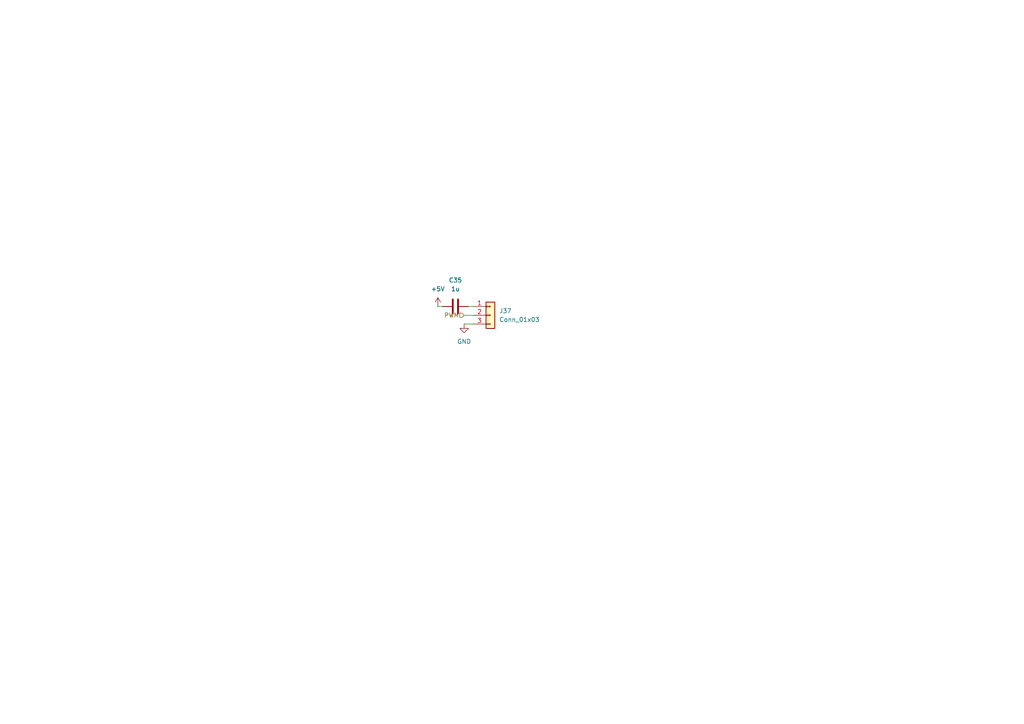
<source format=kicad_sch>
(kicad_sch (version 20250114) (generator "eeschema") (generator_version "9.0")
  (paper "A4")
  (lib_symbols
    (symbol "Connector_Generic:Conn_01x03" (pin_names (offset 1.016) (hide yes))
      (property "Reference" "J" (at 0 5.08 0))
      (property "Value" "Conn_01x03" (at 0 -5.08 0))
      (symbol "Conn_01x03_1_1"
        (rectangle (start -1.27 3.81) (end 1.27 -3.81) (stroke (width 0.254)) (fill (type background)))
        (rectangle (start -1.27 2.667) (end 0 2.413) (stroke (width 0.1524)))
        (rectangle (start -1.27 0.127) (end 0 -0.127) (stroke (width 0.1524)))
        (rectangle (start -1.27 -2.413) (end 0 -2.667) (stroke (width 0.1524)))
        (pin passive line (at -5.08 2.54 0) (length 3.81) (name "Pin_1") (number "1"))
        (pin passive line (at -5.08 0 0) (length 3.81) (name "Pin_2") (number "2"))
        (pin passive line (at -5.08 -2.54 0) (length 3.81) (name "Pin_3") (number "3"))
      )
    )
    (symbol "Device:C" (pin_numbers (hide yes)) (pin_names (offset 0.254))
      (property "Reference" "C" (at 0.635 2.54 0))
      (property "Value" "C" (at 0.635 -2.54 0))
      (symbol "C_0_1"
        (polyline (pts (xy -2.032 0.762) (xy 2.032 0.762)) (stroke (width 0.508)))
        (polyline (pts (xy -2.032 -0.762) (xy 2.032 -0.762)) (stroke (width 0.508)))
      )
      (symbol "C_1_1"
        (pin passive line (at 0 3.81 270) (length 2.794) (name "~") (number "1"))
        (pin passive line (at 0 -3.81 90) (length 2.794) (name "~") (number "2"))
      )
    )
    (symbol "power:+5V" (power) (pin_numbers (hide yes)) (pin_names (offset 0) (hide yes))
      (property "Value" "+5V" (at 0 3.556 0))
      (symbol "+5V_0_1"
        (polyline (pts (xy -0.762 1.27) (xy 0 2.54)))
        (polyline (pts (xy 0 2.54) (xy 0.762 1.27)))
        (polyline (pts (xy 0 0) (xy 0 2.54)))
      )
      (symbol "+5V_1_1"
        (pin power_in line (at 0 0 90) (length 0) (name "~") (number "1"))
      )
    )
    (symbol "power:GND" (power) (pin_numbers (hide yes)) (pin_names (offset 0) (hide yes))
      (property "Value" "GND" (at 0 -3.81 0))
      (symbol "GND_0_1"
        (polyline (pts (xy 0 0) (xy 0 -1.27) (xy 1.27 -1.27) (xy 0 -2.54) (xy -1.27 -1.27) (xy 0 -1.27)))
      )
      (symbol "GND_1_1"
        (pin power_in line (at 0 0 270) (length 0) (name "~") (number "1"))
      )
    )
  )
  (wire (pts (xy 127 88.9) (xy 128.27 88.9)))
  (wire (pts (xy 134.62 91.44) (xy 137.16 91.44)))
  (wire (pts (xy 134.62 93.98) (xy 137.16 93.98)))
  (wire (pts (xy 135.89 88.9) (xy 137.16 88.9)))
  (hierarchical_label "PWM" (shape input) (at 134.62 91.44 180))
  (symbol (lib_id "power:+5V") (at 127 88.9 0) (unit 1)
    (property "Reference" "#PWR088" (effects (hide yes)))
    (property "Value" "+5V" (at 127 83.82 0))
    (property "Description" "Power symbol creates a global label with name \"+5V\"" (effects (hide yes)))
  )
  (symbol (lib_id "power:GND") (at 134.62 93.98 0) (unit 1)
    (property "Reference" "#PWR089" (effects (hide yes)))
    (property "Value" "GND" (at 134.62 99.06 0))
    (property "Description" "Power symbol creates a global label with name \"GND\" , ground" (effects (hide yes)))
  )
  (symbol (lib_id "Device:C") (at 132.08 88.9 90) (unit 1)
    (property "Reference" "C35" (at 132.08 81.28 90))
    (property "Value" "1u" (at 132.08 83.82 90))
    (property "Footprint" "Capacitor_SMD:C_0603_1608Metric" (effects (hide yes)))
    (property "Description" "Unpolarized capacitor" (effects (hide yes)))
  )
  (symbol (lib_id "Connector_Generic:Conn_01x03") (at 142.24 91.44 0) (unit 1)
    (property "Reference" "J37" (at 144.78 90.1699 0) (effects (justify left)))
    (property "Value" "Conn_01x03" (at 144.78 92.7099 0) (effects (justify left)))
    (property "Footprint" "Connector_JST:JST_EH_B3B-EH-A_1x03_P2.50mm_Vertical" (effects (hide yes)))
    (property "Description" "Generic connector, single row, 01x03, script generated (kicad-library-utils/schlib/autogen/connector/)" (effects (hide yes)))
  )
)
</source>
